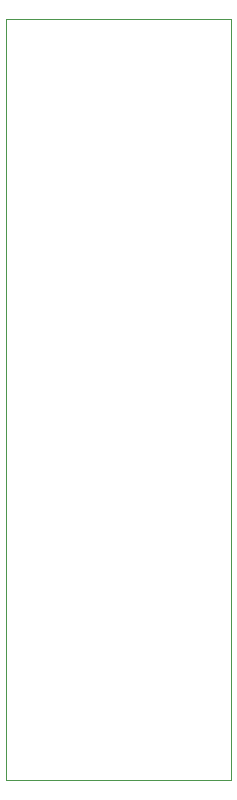
<source format=gbr>
%TF.GenerationSoftware,KiCad,Pcbnew,(6.0.11)*%
%TF.CreationDate,2023-02-11T15:14:05+01:00*%
%TF.ProjectId,gateway-nano-E01-ml01sp4,67617465-7761-4792-9d6e-616e6f2d4530,rev?*%
%TF.SameCoordinates,Original*%
%TF.FileFunction,Profile,NP*%
%FSLAX46Y46*%
G04 Gerber Fmt 4.6, Leading zero omitted, Abs format (unit mm)*
G04 Created by KiCad (PCBNEW (6.0.11)) date 2023-02-11 15:14:05*
%MOMM*%
%LPD*%
G01*
G04 APERTURE LIST*
%TA.AperFunction,Profile*%
%ADD10C,0.100000*%
%TD*%
G04 APERTURE END LIST*
D10*
X131953000Y-61722000D02*
X112953000Y-61722000D01*
X112953000Y-61722000D02*
X112953000Y-126151000D01*
X112953000Y-126151000D02*
X131953000Y-126151000D01*
X131953000Y-126151000D02*
X131953000Y-61722000D01*
M02*

</source>
